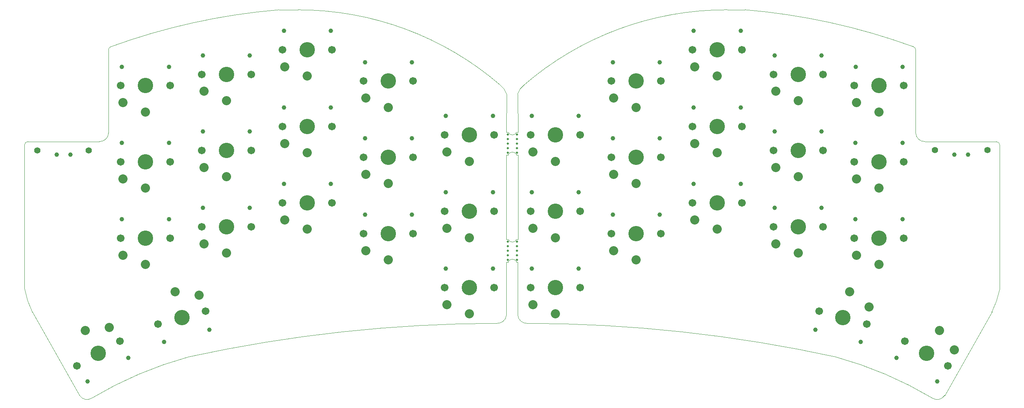
<source format=gts>
%TF.GenerationSoftware,KiCad,Pcbnew,(6.0.4-0)*%
%TF.CreationDate,2022-04-01T22:46:21+02:00*%
%TF.ProjectId,sweepv2.1,73776565-7076-4322-9e31-2e6b69636164,rev?*%
%TF.SameCoordinates,Original*%
%TF.FileFunction,Soldermask,Top*%
%TF.FilePolarity,Negative*%
%FSLAX46Y46*%
G04 Gerber Fmt 4.6, Leading zero omitted, Abs format (unit mm)*
G04 Created by KiCad (PCBNEW (6.0.4-0)) date 2022-04-01 22:46:21*
%MOMM*%
%LPD*%
G01*
G04 APERTURE LIST*
%TA.AperFunction,Profile*%
%ADD10C,0.050000*%
%TD*%
%ADD11C,0.990600*%
%ADD12C,1.701800*%
%ADD13C,3.429000*%
%ADD14C,2.032000*%
%ADD15C,0.500000*%
%ADD16C,1.397000*%
%ADD17C,1.000000*%
G04 APERTURE END LIST*
D10*
X131508500Y-77724000D02*
X131506254Y-89547024D01*
X220004999Y-48946165D02*
X219998045Y-30439419D01*
X223714000Y-108050000D02*
G75*
G03*
X226446000Y-107451265I1070000J1650000D01*
G01*
X220005034Y-48946164D02*
G75*
G03*
X222040000Y-50877083I1999966J69964D01*
G01*
X219563295Y-29758875D02*
G75*
G03*
X182067777Y-21502679I-49442795J-135273425D01*
G01*
X178120389Y-21508128D02*
G75*
G03*
X132893000Y-38265000I-253989J-68728072D01*
G01*
X238688017Y-51627083D02*
G75*
G03*
X237938000Y-50877083I-750017J-17D01*
G01*
X132893000Y-38265000D02*
G75*
G03*
X131466055Y-40278702I2445000J-3245000D01*
G01*
X131506294Y-89547021D02*
G75*
G03*
X133544000Y-91383119I1978006J146421D01*
G01*
X219998002Y-30439419D02*
G75*
G03*
X219563290Y-29758889I-750002J19D01*
G01*
X223714000Y-108050000D02*
G75*
G03*
X202185134Y-98863946I-44316000J-74040000D01*
G01*
X222040000Y-50877083D02*
X237938000Y-50877083D01*
X202185136Y-98863939D02*
G75*
G03*
X133544000Y-91383119I-69219136J-316475461D01*
G01*
X238688000Y-58420000D02*
X238688000Y-66548000D01*
X236953304Y-88858150D02*
X226446000Y-107451265D01*
X236953312Y-88858154D02*
G75*
G03*
X238690000Y-83850000I-18792912J9322054D01*
G01*
X182067777Y-21502679D02*
X178120389Y-21508139D01*
X238688000Y-51627083D02*
X238688000Y-58420000D01*
X131466055Y-40278702D02*
X131572000Y-48768000D01*
X129349500Y-48768000D02*
X128960000Y-48768000D01*
X238688000Y-66548000D02*
X238688000Y-75438000D01*
X238688000Y-75438000D02*
X238690000Y-83850000D01*
X129349500Y-72644000D02*
X128960000Y-72644000D01*
X129349500Y-53848000D02*
X128960000Y-53848000D01*
X129349500Y-77724000D02*
X128960000Y-77724000D01*
X131572000Y-53848000D02*
X131572000Y-72644000D01*
X78412223Y-21502679D02*
X82613611Y-21508139D01*
X21792000Y-51627083D02*
X21792000Y-58420000D01*
X128960000Y-77724000D02*
X128975507Y-89545022D01*
X129013945Y-40278702D02*
G75*
G03*
X127587000Y-38265000I-3871945J-1231298D01*
G01*
X126936000Y-91383122D02*
G75*
G03*
X128975507Y-89545022I59500J1984522D01*
G01*
X40481999Y-48949082D02*
X40481955Y-30439419D01*
X21792000Y-66548000D02*
X21792000Y-73914000D01*
X23526696Y-88858150D02*
X34034000Y-107451265D01*
X38446998Y-50880017D02*
G75*
G03*
X40481999Y-48949082I35002J2000917D01*
G01*
X78412223Y-21502678D02*
G75*
G03*
X40916710Y-29758889I11947327J-143529582D01*
G01*
X126936000Y-91383119D02*
G75*
G03*
X58294866Y-98863946I578050J-323956411D01*
G01*
X21789999Y-83530000D02*
G75*
G03*
X23526696Y-88858150I19062771J3266350D01*
G01*
X22542000Y-50877100D02*
G75*
G03*
X21792000Y-51627083I0J-750000D01*
G01*
X21792000Y-58420000D02*
X21792000Y-66548000D01*
X40916692Y-29758850D02*
G75*
G03*
X40481955Y-30439419I315308J-680550D01*
G01*
X34034000Y-107451265D02*
G75*
G03*
X36766000Y-108050000I1662000J1051265D01*
G01*
X127586989Y-38265013D02*
G75*
G03*
X82613611Y-21508139I-44973389J-51973087D01*
G01*
X58294866Y-98863946D02*
G75*
G03*
X36766000Y-108050000I22787134J-83226054D01*
G01*
X21792000Y-73914000D02*
X21790000Y-83530000D01*
X128960000Y-53848000D02*
X128960000Y-72644000D01*
X129013945Y-40278702D02*
X128960000Y-48768000D01*
X131508500Y-77724000D02*
X131254500Y-77724000D01*
X131572000Y-48768000D02*
X131254500Y-48768000D01*
X131254499Y-77724001D02*
G75*
G03*
X129349501Y-77724000I-952499J-380999D01*
G01*
X131254499Y-53848001D02*
G75*
G03*
X129349501Y-53848000I-952499J-380999D01*
G01*
X131572000Y-53848000D02*
X131254500Y-53848000D01*
X131572000Y-72644000D02*
X131254500Y-72644000D01*
X129349501Y-72643999D02*
G75*
G03*
X131254499Y-72644000I952499J380999D01*
G01*
X22542000Y-50877083D02*
X38446998Y-50880000D01*
X129349501Y-48767999D02*
G75*
G03*
X131254499Y-48768000I952499J380999D01*
G01*
D11*
%TO.C,SW16*%
X181076000Y-60316000D03*
D12*
X181356000Y-64516000D03*
D11*
X170636000Y-60316000D03*
D12*
X170356000Y-64516000D03*
D13*
X175856000Y-64516000D03*
D14*
X175856000Y-70416000D03*
X170856000Y-68316000D03*
%TD*%
D12*
%TO.C,SW20*%
X217622860Y-95332000D03*
D11*
X215765347Y-99109307D03*
D12*
X227149140Y-100832000D03*
D11*
X224806653Y-104329307D03*
D13*
X222386000Y-98082000D03*
D14*
X225336000Y-92972450D03*
X228616127Y-97291103D03*
%TD*%
D12*
%TO.C,SW15*%
X152356000Y-71374000D03*
D13*
X157856000Y-71374000D03*
D11*
X152636000Y-67174000D03*
X163076000Y-67174000D03*
D12*
X163356000Y-71374000D03*
D14*
X157856000Y-77274000D03*
X152856000Y-75174000D03*
%TD*%
D13*
%TO.C,SW21*%
X203826000Y-90082000D03*
D12*
X198513408Y-88658495D03*
X209138592Y-91505505D03*
D11*
X207781093Y-95489924D03*
X197696827Y-92787853D03*
D14*
X205353032Y-84383038D03*
X209639142Y-87705577D03*
%TD*%
D12*
%TO.C,SW17*%
X188356000Y-69850000D03*
D13*
X193856000Y-69850000D03*
D11*
X199076000Y-65650000D03*
D12*
X199356000Y-69850000D03*
D11*
X188636000Y-65650000D03*
D14*
X193856000Y-75750000D03*
X188856000Y-73650000D03*
%TD*%
D12*
%TO.C,SW18*%
X206336000Y-72390000D03*
X217336000Y-72390000D03*
D11*
X217056000Y-68190000D03*
D13*
X211836000Y-72390000D03*
D11*
X206616000Y-68190000D03*
D14*
X211836000Y-78290000D03*
X206836000Y-76190000D03*
%TD*%
D12*
%TO.C,SW4*%
X170356000Y-30382000D03*
D11*
X170636000Y-26182000D03*
D13*
X175856000Y-30382000D03*
D12*
X181356000Y-30382000D03*
D11*
X181076000Y-26182000D03*
D14*
X175856000Y-36282000D03*
X170856000Y-34182000D03*
%TD*%
D12*
%TO.C,SW3*%
X152356000Y-37382000D03*
D11*
X152636000Y-33182000D03*
D12*
X163356000Y-37382000D03*
D13*
X157856000Y-37382000D03*
D11*
X163076000Y-33182000D03*
D14*
X157856000Y-43282000D03*
X152856000Y-41182000D03*
%TD*%
D11*
%TO.C,SW9*%
X163076000Y-50156000D03*
D13*
X157856000Y-54356000D03*
D11*
X152636000Y-50156000D03*
D12*
X163356000Y-54356000D03*
X152356000Y-54356000D03*
D14*
X157856000Y-60256000D03*
X152856000Y-58156000D03*
%TD*%
D13*
%TO.C,SW14*%
X139856000Y-83382000D03*
D12*
X145356000Y-83382000D03*
D11*
X134636000Y-79182000D03*
X145076000Y-79182000D03*
D12*
X134356000Y-83382000D03*
D14*
X139856000Y-89282000D03*
X134856000Y-87182000D03*
%TD*%
D13*
%TO.C,SW12*%
X211836000Y-55372000D03*
D12*
X206336000Y-55372000D03*
X217336000Y-55372000D03*
D11*
X217056000Y-51172000D03*
X206616000Y-51172000D03*
D14*
X211836000Y-61272000D03*
X206836000Y-59172000D03*
%TD*%
D13*
%TO.C,SW11*%
X193856000Y-52832000D03*
D11*
X188636000Y-48632000D03*
X199076000Y-48632000D03*
D12*
X188356000Y-52832000D03*
X199356000Y-52832000D03*
D14*
X193856000Y-58732000D03*
X188856000Y-56632000D03*
%TD*%
D13*
%TO.C,SW8*%
X139856000Y-66382000D03*
D12*
X134356000Y-66382000D03*
D11*
X134636000Y-62182000D03*
D12*
X145356000Y-66382000D03*
D11*
X145076000Y-62182000D03*
D14*
X139856000Y-72282000D03*
X134856000Y-70182000D03*
%TD*%
D11*
%TO.C,SW6*%
X206636000Y-34182000D03*
D12*
X206356000Y-38382000D03*
X217356000Y-38382000D03*
D11*
X217076000Y-34182000D03*
D13*
X211856000Y-38382000D03*
D14*
X211856000Y-44282000D03*
X206856000Y-42182000D03*
%TD*%
D12*
%TO.C,SW5*%
X199356000Y-35882000D03*
D13*
X193856000Y-35882000D03*
D12*
X188356000Y-35882000D03*
D11*
X188636000Y-31682000D03*
X199076000Y-31682000D03*
D14*
X193856000Y-41782000D03*
X188856000Y-39682000D03*
%TD*%
D12*
%TO.C,SW2*%
X134356000Y-49382000D03*
X145356000Y-49382000D03*
D13*
X139856000Y-49382000D03*
D11*
X145076000Y-45182000D03*
X134636000Y-45182000D03*
D14*
X139856000Y-55282000D03*
X134856000Y-53182000D03*
%TD*%
D15*
%TO.C,mouse-bite-2mm-slot*%
X129286000Y-51308000D03*
X131318000Y-51308000D03*
X129286000Y-50292000D03*
X129286000Y-49276000D03*
X129286000Y-52324000D03*
X131318000Y-49276000D03*
X129286000Y-53340000D03*
X131318000Y-50292000D03*
X131318000Y-53340000D03*
X131318000Y-52324000D03*
%TD*%
%TO.C,mouse-bite-2mm-slot*%
X131318000Y-77216000D03*
X131318000Y-74168000D03*
X129286000Y-73152000D03*
X131318000Y-75184000D03*
X131318000Y-73152000D03*
X129286000Y-74168000D03*
X129286000Y-75184000D03*
X129286000Y-77216000D03*
X131318000Y-76200000D03*
X129286000Y-76200000D03*
%TD*%
D12*
%TO.C,SW10*%
X170356000Y-47498000D03*
D11*
X170636000Y-43298000D03*
X181076000Y-43298000D03*
D13*
X175856000Y-47498000D03*
D12*
X181356000Y-47498000D03*
D14*
X175856000Y-53398000D03*
X170856000Y-51298000D03*
%TD*%
D16*
%TO.C,Bat+r1*%
X235966000Y-52800000D03*
%TD*%
%TO.C,BatGND1*%
X224282000Y-52800000D03*
%TD*%
D11*
%TO.C,SW17_r1*%
X43466000Y-68190000D03*
D12*
X43186000Y-72390000D03*
D13*
X48686000Y-72390000D03*
D12*
X54186000Y-72390000D03*
D11*
X53906000Y-68190000D03*
D14*
X48686000Y-78290000D03*
X43686000Y-76190000D03*
%TD*%
D11*
%TO.C,SW11_r1*%
X61480000Y-48632000D03*
X71920000Y-48632000D03*
D12*
X61200000Y-52832000D03*
X72200000Y-52832000D03*
D13*
X66700000Y-52832000D03*
D14*
X66700000Y-58732000D03*
X61700000Y-56632000D03*
%TD*%
D12*
%TO.C,SW15_r1*%
X90188000Y-64516000D03*
D11*
X79468000Y-60316000D03*
D13*
X84688000Y-64516000D03*
D12*
X79188000Y-64516000D03*
D11*
X89908000Y-60316000D03*
D14*
X84688000Y-70416000D03*
X79688000Y-68316000D03*
%TD*%
D13*
%TO.C,SW18_r1*%
X102714000Y-71374000D03*
D12*
X108214000Y-71374000D03*
D11*
X97494000Y-67174000D03*
D12*
X97214000Y-71374000D03*
D11*
X107934000Y-67174000D03*
D14*
X102714000Y-77274000D03*
X97714000Y-75174000D03*
%TD*%
D12*
%TO.C,SW6_r1*%
X54186000Y-38382000D03*
D11*
X53906000Y-34182000D03*
X43466000Y-34182000D03*
D12*
X43186000Y-38382000D03*
D13*
X48686000Y-38382000D03*
D14*
X48686000Y-44282000D03*
X43686000Y-42182000D03*
%TD*%
D12*
%TO.C,SW5_r1*%
X61200000Y-35882000D03*
D11*
X71920000Y-31682000D03*
D13*
X66700000Y-35882000D03*
D12*
X72200000Y-35882000D03*
D11*
X61480000Y-31682000D03*
D14*
X66700000Y-41782000D03*
X61700000Y-39682000D03*
%TD*%
D11*
%TO.C,SW2_r1*%
X125952000Y-45182000D03*
X115512000Y-45182000D03*
D12*
X115232000Y-49382000D03*
D13*
X120732000Y-49382000D03*
D12*
X126232000Y-49382000D03*
D14*
X120732000Y-55282000D03*
X115732000Y-53182000D03*
%TD*%
D13*
%TO.C,SW16_r1*%
X66700000Y-69850000D03*
D12*
X61200000Y-69850000D03*
D11*
X61480000Y-65650000D03*
X71920000Y-65650000D03*
D12*
X72200000Y-69850000D03*
D14*
X66700000Y-75750000D03*
X61700000Y-73650000D03*
%TD*%
D12*
%TO.C,SW4_r1*%
X79188000Y-30382000D03*
D11*
X89908000Y-26182000D03*
D13*
X84688000Y-30382000D03*
D12*
X90188000Y-30382000D03*
D11*
X79468000Y-26182000D03*
D14*
X84688000Y-36282000D03*
X79688000Y-34182000D03*
%TD*%
D12*
%TO.C,SW13_r1*%
X115232000Y-83382000D03*
D11*
X115512000Y-79182000D03*
X125952000Y-79182000D03*
D12*
X126232000Y-83382000D03*
D13*
X120732000Y-83382000D03*
D14*
X120732000Y-89282000D03*
X115732000Y-87182000D03*
%TD*%
D13*
%TO.C,SW12_r1*%
X48686000Y-55372000D03*
D12*
X43186000Y-55372000D03*
D11*
X53906000Y-51172000D03*
X43466000Y-51172000D03*
D12*
X54186000Y-55372000D03*
D14*
X48686000Y-61272000D03*
X43686000Y-59172000D03*
%TD*%
D11*
%TO.C,SW3_r1*%
X97494000Y-33182000D03*
D13*
X102714000Y-37382000D03*
D12*
X97214000Y-37382000D03*
D11*
X107934000Y-33182000D03*
D12*
X108214000Y-37382000D03*
D14*
X102714000Y-43282000D03*
X97714000Y-41182000D03*
%TD*%
D12*
%TO.C,SW8_r1*%
X108214000Y-54356000D03*
D13*
X102714000Y-54356000D03*
D12*
X97214000Y-54356000D03*
D11*
X107934000Y-50156000D03*
X97494000Y-50156000D03*
D14*
X102714000Y-60256000D03*
X97714000Y-58156000D03*
%TD*%
D12*
%TO.C,SW21_r1*%
X62090592Y-88658495D03*
D11*
X62907173Y-92787853D03*
D12*
X51465408Y-91505505D03*
D11*
X52822907Y-95489924D03*
D13*
X56778000Y-90082000D03*
D14*
X55250968Y-84383038D03*
X60624117Y-85117387D03*
%TD*%
D12*
%TO.C,SW9_r1*%
X79188000Y-47498000D03*
D13*
X84688000Y-47498000D03*
D12*
X90188000Y-47498000D03*
D11*
X89908000Y-43298000D03*
X79468000Y-43298000D03*
D14*
X84688000Y-53398000D03*
X79688000Y-51298000D03*
%TD*%
D11*
%TO.C,SW20_r1*%
X35797347Y-104329307D03*
D12*
X42981140Y-95332000D03*
X33454860Y-100832000D03*
D13*
X38218000Y-98082000D03*
D11*
X44838653Y-99109307D03*
D14*
X35268000Y-92972450D03*
X40648127Y-92291103D03*
%TD*%
D11*
%TO.C,SW7_r1*%
X115512000Y-62182000D03*
D13*
X120732000Y-66382000D03*
D12*
X115232000Y-66382000D03*
X126232000Y-66382000D03*
D11*
X125952000Y-62182000D03*
D14*
X120732000Y-72282000D03*
X115732000Y-70182000D03*
%TD*%
D16*
%TO.C,BatGND4*%
X36068000Y-52832000D03*
%TD*%
%TO.C,Bat+1*%
X24638000Y-52832000D03*
%TD*%
D17*
%TO.C,SW_POWERR1*%
X228624000Y-53816000D03*
X231624000Y-53816000D03*
%TD*%
%TO.C,SW_POWER1*%
X31980000Y-53816000D03*
X28980000Y-53816000D03*
%TD*%
M02*

</source>
